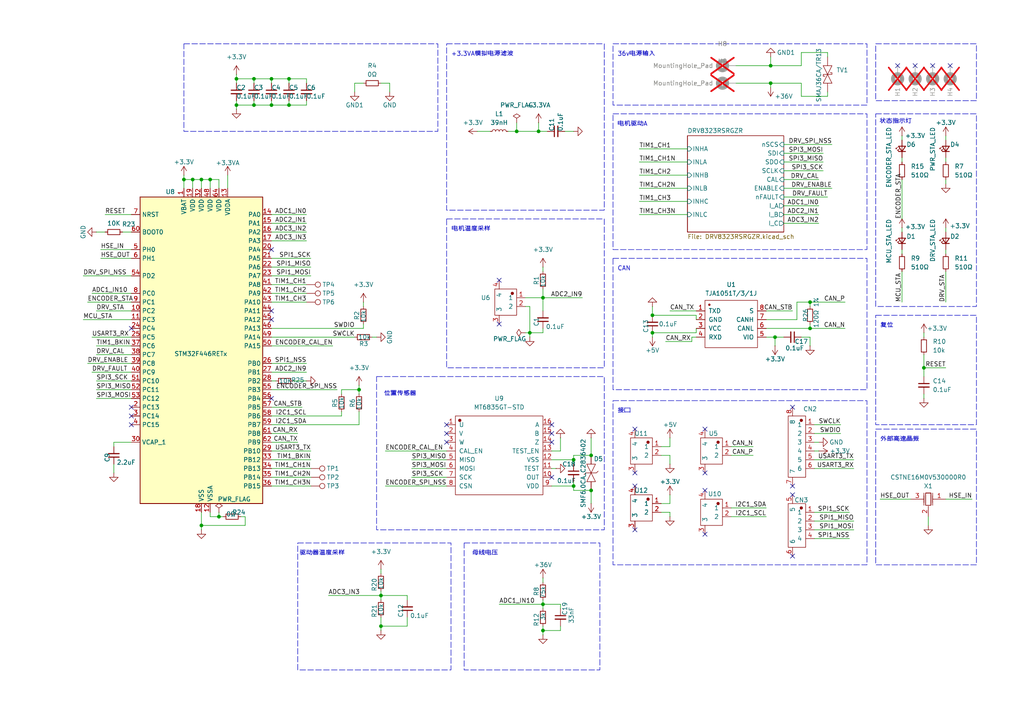
<source format=kicad_sch>
(kicad_sch (version 20250114) (generator "eeschema") (generator_version "9.0")
  (paper "A4")
  (title_block (title "CawDrive") (rev "V1.0.0") (company "GUAIK.ORG"))
  (rectangle (start 177.8 74.93) (end 251.46 113.03) (stroke (width 0) (type dash)))
  (rectangle (start 129.54 63.5) (end 175.26 106.68) (stroke (width 0) (type dash)))
  (rectangle (start 254 91.44) (end 283.21 123.19) (stroke (width 0) (type dash)))
  (rectangle (start 134.62 157.48) (end 173.99 194.31) (stroke (width 0) (type dash)))
  (rectangle (start 254 12.7) (end 283.21 29.21) (stroke (width 0) (type dash)))
  (rectangle (start 254 124.46) (end 283.21 163.83) (stroke (width 0) (type dash)))
  (rectangle (start 177.8 12.7) (end 251.46 30.48) (stroke (width 0) (type dash)))
  (rectangle (start 177.8 33.02) (end 251.46 72.39) (stroke (width 0) (type dash)))
  (rectangle (start 109.22 109.22) (end 175.26 153.67) (stroke (width 0) (type dash)))
  (rectangle (start 129.54 12.7) (end 175.26 60.96) (stroke (width 0) (type dash)))
  (rectangle (start 53.34 12.7) (end 127 38.1) (stroke (width 0) (type dash)))
  (rectangle (start 254 33.02) (end 283.21 88.9) (stroke (width 0) (type dash)))
  (rectangle (start 177.8 116.205) (end 251.46 163.83) (stroke (width 0) (type dash)))
  (rectangle (start 86.36 157.48) (end 130.81 194.31) (stroke (width 0) (type dash)))
  (text "母线电压" (at 140.716 160.528 0) (effects (font (size 1.27 1.27))))
  (text "电机温度采样" (at 136.652 66.548 0) (effects (font (size 1.27 1.27))))
  (text "驱动器温度采样" (at 93.472 160.528 0) (effects (font (size 1.27 1.27))))
  (text "接口" (at 179.07 120.015 0) (effects (font (size 1.27 1.27)) (justify left bottom)))
  (text "36v电源输入" (at 179.07 16.51 0) (effects (font (size 1.27 1.27)) (justify left bottom)))
  (text "CAN" (at 179.07 78.74 0) (effects (font (size 1.27 1.27)) (justify left bottom)))
  (text "+3.3VA模拟电源滤波" (at 130.81 16.51 0) (effects (font (size 1.27 1.27)) (justify left bottom)))
  (text "位置传感器" (at 116.078 114.3 0) (effects (font (size 1.27 1.27))))
  (text "电机驱动A" (at 179.07 36.83 0) (effects (font (size 1.27 1.27)) (justify left bottom)))
  (text "外部高速晶振" (at 255.27 128.27 0) (effects (font (size 1.27 1.27)) (justify left bottom)))
  (text "复位" (at 255.27 95.25 0) (effects (font (size 1.27 1.27)) (justify left bottom)))
  (text "状态指示灯" (at 255.016 36.068 0) (effects (font (size 1.27 1.27)) (justify left bottom)))
  (junction (at 157.48 175.26))
  (junction (at 267.97 106.68))
  (junction (at 234.95 87.63))
  (junction (at 166.37 140.97))
  (junction (at 68.58 22.86))
  (junction (at 153.67 96.52))
  (junction (at 171.45 142.24))
  (junction (at 157.48 182.88))
  (junction (at 171.45 132.08))
  (junction (at 156.21 38.1))
  (junction (at 55.88 52.07))
  (junction (at 110.49 172.72))
  (junction (at 189.23 91.44))
  (junction (at 110.49 181.61))
  (junction (at 63.5 149.86))
  (junction (at 73.66 30.48))
  (junction (at 166.37 133.35))
  (junction (at 78.74 30.48))
  (junction (at 223.52 24.13))
  (junction (at 53.34 52.07))
  (junction (at 73.66 22.86))
  (junction (at 58.42 152.4))
  (junction (at 149.86 38.1))
  (junction (at 83.82 30.48))
  (junction (at 189.23 96.52))
  (junction (at 104.14 113.03))
  (junction (at 234.95 95.25))
  (junction (at 68.58 30.48))
  (junction (at 58.42 52.07))
  (junction (at 60.96 52.07))
  (junction (at 78.74 22.86))
  (junction (at 157.48 86.36))
  (junction (at 83.82 22.86))
  (junction (at 224.79 97.79))
  (junction (at 223.52 19.05))
  (no_connect (at 144.78 81.28))
  (no_connect (at 260.35 19.05))
  (no_connect (at 160.02 128.27))
  (no_connect (at 270.51 19.05))
  (no_connect (at 160.02 138.43))
  (no_connect (at 204.47 124.46))
  (no_connect (at 129.54 128.27))
  (no_connect (at 204.47 137.16))
  (no_connect (at 78.74 92.71))
  (no_connect (at 160.02 125.73))
  (no_connect (at 229.87 161.29))
  (no_connect (at 160.02 123.19))
  (no_connect (at 78.74 115.57))
  (no_connect (at 144.78 93.98))
  (no_connect (at 229.87 143.51))
  (no_connect (at 184.15 140.97))
  (no_connect (at 78.74 90.17))
  (no_connect (at 229.87 140.97))
  (no_connect (at 204.47 142.24))
  (no_connect (at 229.87 118.11))
  (no_connect (at 129.54 123.19))
  (no_connect (at 129.54 125.73))
  (no_connect (at 38.1 118.11))
  (no_connect (at 265.43 19.05))
  (no_connect (at 38.1 120.65))
  (no_connect (at 204.47 154.94))
  (no_connect (at 38.1 95.25))
  (no_connect (at 184.15 124.46))
  (no_connect (at 38.1 123.19))
  (no_connect (at 275.59 19.05))
  (no_connect (at 78.74 72.39))
  (no_connect (at 184.15 137.16))
  (no_connect (at 184.15 153.67))
  (wire (pts (xy 88.9 29.21) (xy 88.9 30.48)))
  (wire (pts (xy 153.67 97.79) (xy 153.67 96.52)))
  (wire (pts (xy 78.74 22.86) (xy 78.74 24.13)))
  (wire (pts (xy 157.48 175.26) (xy 157.48 176.53)))
  (wire (pts (xy 232.41 27.94) (xy 240.03 27.94)))
  (wire (pts (xy 25.4 87.63) (xy 38.1 87.63)))
  (wire (pts (xy 86.36 128.27) (xy 78.74 128.27)))
  (wire (pts (xy 166.37 140.97) (xy 160.02 140.97)))
  (wire (pts (xy 118.11 179.07) (xy 118.11 181.61)))
  (wire (pts (xy 88.9 105.41) (xy 78.74 105.41)))
  (wire (pts (xy 90.17 140.97) (xy 78.74 140.97)))
  (wire (pts (xy 171.45 127) (xy 171.45 132.08)))
  (wire (pts (xy 171.45 146.05) (xy 171.45 142.24)))
  (wire (pts (xy 236.22 123.19) (xy 243.84 123.19)))
  (wire (pts (xy 274.32 66.04) (xy 274.32 67.31)))
  (wire (pts (xy 88.9 82.55) (xy 78.74 82.55)))
  (wire (pts (xy 231.14 87.63) (xy 231.14 92.71)))
  (wire (pts (xy 104.14 111.76) (xy 104.14 113.03)))
  (wire (pts (xy 30.48 67.31) (xy 27.94 67.31)))
  (wire (pts (xy 166.37 133.35) (xy 166.37 134.62)))
  (wire (pts (xy 227.33 44.45) (xy 238.76 44.45)))
  (wire (pts (xy 26.67 107.95) (xy 38.1 107.95)))
  (wire (pts (xy 261.62 39.37) (xy 261.62 40.64)))
  (wire (pts (xy 90.17 133.35) (xy 78.74 133.35)))
  (wire (pts (xy 212.09 132.08) (xy 218.44 132.08)))
  (wire (pts (xy 267.97 96.52) (xy 267.97 97.79)))
  (wire (pts (xy 60.96 148.59) (xy 60.96 149.86)))
  (wire (pts (xy 71.12 152.4) (xy 58.42 152.4)))
  (wire (pts (xy 162.56 130.81) (xy 160.02 130.81)))
  (wire (pts (xy 83.82 22.86) (xy 88.9 22.86)))
  (wire (pts (xy 104.14 119.38) (xy 104.14 123.19)))
  (wire (pts (xy 157.48 86.36) (xy 168.91 86.36)))
  (wire (pts (xy 66.04 50.8) (xy 66.04 54.61)))
  (wire (pts (xy 261.62 63.5) (xy 261.62 52.07)))
  (wire (pts (xy 261.62 45.72) (xy 261.62 46.99)))
  (wire (pts (xy 83.82 30.48) (xy 88.9 30.48)))
  (wire (pts (xy 26.67 97.79) (xy 38.1 97.79)))
  (wire (pts (xy 223.52 24.13) (xy 232.41 24.13)))
  (wire (pts (xy 71.12 149.86) (xy 69.85 149.86)))
  (wire (pts (xy 53.34 50.8) (xy 53.34 52.07)))
  (wire (pts (xy 102.87 24.13) (xy 105.41 24.13)))
  (wire (pts (xy 27.94 100.33) (xy 38.1 100.33)))
  (wire (pts (xy 274.32 72.39) (xy 274.32 73.66)))
  (wire (pts (xy 200.66 99.06) (xy 200.66 97.79)))
  (wire (pts (xy 231.14 92.71) (xy 222.25 92.71)))
  (wire (pts (xy 234.95 97.79) (xy 234.95 100.33)))
  (wire (pts (xy 185.42 43.18) (xy 199.39 43.18)))
  (wire (pts (xy 157.48 83.82) (xy 157.48 86.36)))
  (wire (pts (xy 113.03 24.13) (xy 113.03 26.67)))
  (wire (pts (xy 232.41 15.24) (xy 240.03 15.24)))
  (wire (pts (xy 73.66 22.86) (xy 73.66 24.13)))
  (wire (pts (xy 90.17 74.93) (xy 78.74 74.93)))
  (wire (pts (xy 58.42 52.07) (xy 60.96 52.07)))
  (wire (pts (xy 88.9 62.23) (xy 78.74 62.23)))
  (wire (pts (xy 247.65 135.89) (xy 236.22 135.89)))
  (wire (pts (xy 194.31 143.51) (xy 194.31 146.05)))
  (wire (pts (xy 157.48 173.99) (xy 157.48 175.26)))
  (wire (pts (xy 60.96 52.07) (xy 63.5 52.07)))
  (wire (pts (xy 102.87 24.13) (xy 102.87 26.67)))
  (wire (pts (xy 83.82 29.21) (xy 83.82 30.48)))
  (wire (pts (xy 58.42 52.07) (xy 58.42 54.61)))
  (wire (pts (xy 213.36 24.13) (xy 223.52 24.13)))
  (wire (pts (xy 234.95 87.63) (xy 245.11 87.63)))
  (wire (pts (xy 223.52 19.05) (xy 232.41 19.05)))
  (wire (pts (xy 73.66 22.86) (xy 78.74 22.86)))
  (wire (pts (xy 29.21 72.39) (xy 38.1 72.39)))
  (wire (pts (xy 119.38 135.89) (xy 129.54 135.89)))
  (wire (pts (xy 99.06 113.03) (xy 104.14 113.03)))
  (wire (pts (xy 88.9 107.95) (xy 78.74 107.95)))
  (wire (pts (xy 55.88 52.07) (xy 58.42 52.07)))
  (wire (pts (xy 87.63 118.11) (xy 78.74 118.11)))
  (wire (pts (xy 236.22 153.67) (xy 247.65 153.67)))
  (wire (pts (xy 274.32 106.68) (xy 267.97 106.68)))
  (wire (pts (xy 156.21 35.56) (xy 156.21 38.1)))
  (wire (pts (xy 68.58 22.86) (xy 73.66 22.86)))
  (wire (pts (xy 201.93 91.44) (xy 201.93 92.71)))
  (wire (pts (xy 166.37 139.7) (xy 166.37 140.97)))
  (wire (pts (xy 162.56 176.53) (xy 162.56 175.26)))
  (wire (pts (xy 110.49 24.13) (xy 113.03 24.13)))
  (wire (pts (xy 189.23 96.52) (xy 189.23 97.79)))
  (wire (pts (xy 78.74 123.19) (xy 104.14 123.19)))
  (wire (pts (xy 38.1 128.27) (xy 33.02 128.27)))
  (wire (pts (xy 118.11 172.72) (xy 118.11 173.99)))
  (wire (pts (xy 162.56 181.61) (xy 162.56 182.88)))
  (wire (pts (xy 149.86 38.1) (xy 156.21 38.1)))
  (wire (pts (xy 157.48 95.25) (xy 157.48 96.52)))
  (wire (pts (xy 68.58 21.59) (xy 68.58 22.86)))
  (wire (pts (xy 236.22 156.21) (xy 246.38 156.21)))
  (wire (pts (xy 240.03 15.24) (xy 240.03 16.51)))
  (wire (pts (xy 231.14 87.63) (xy 234.95 87.63)))
  (wire (pts (xy 157.48 181.61) (xy 157.48 182.88)))
  (wire (pts (xy 99.06 120.65) (xy 78.74 120.65)))
  (wire (pts (xy 60.96 149.86) (xy 63.5 149.86)))
  (wire (pts (xy 88.9 67.31) (xy 78.74 67.31)))
  (wire (pts (xy 191.77 148.59) (xy 194.31 148.59)))
  (wire (pts (xy 157.48 96.52) (xy 153.67 96.52)))
  (wire (pts (xy 162.56 182.88) (xy 157.48 182.88)))
  (wire (pts (xy 110.49 165.1) (xy 110.49 166.37)))
  (wire (pts (xy 274.32 39.37) (xy 274.32 40.64)))
  (wire (pts (xy 267.97 102.87) (xy 267.97 106.68)))
  (wire (pts (xy 163.83 38.1) (xy 166.37 38.1)))
  (wire (pts (xy 227.33 46.99) (xy 238.76 46.99)))
  (wire (pts (xy 78.74 22.86) (xy 83.82 22.86)))
  (wire (pts (xy 58.42 148.59) (xy 58.42 152.4)))
  (wire (pts (xy 160.02 135.89) (xy 161.29 135.89)))
  (wire (pts (xy 63.5 149.86) (xy 64.77 149.86)))
  (wire (pts (xy 229.87 90.17) (xy 222.25 90.17)))
  (wire (pts (xy 110.49 172.72) (xy 110.49 173.99)))
  (wire (pts (xy 234.95 95.25) (xy 245.11 95.25)))
  (wire (pts (xy 29.21 74.93) (xy 38.1 74.93)))
  (wire (pts (xy 25.4 105.41) (xy 38.1 105.41)))
  (wire (pts (xy 237.49 64.77) (xy 227.33 64.77)))
  (wire (pts (xy 171.45 132.08) (xy 166.37 132.08)))
  (wire (pts (xy 162.56 175.26) (xy 157.48 175.26)))
  (wire (pts (xy 110.49 171.45) (xy 110.49 172.72)))
  (wire (pts (xy 267.97 106.68) (xy 267.97 109.22)))
  (wire (pts (xy 33.02 134.62) (xy 33.02 137.16)))
  (wire (pts (xy 194.31 148.59) (xy 194.31 149.86)))
  (wire (pts (xy 236.22 151.13) (xy 247.65 151.13)))
  (wire (pts (xy 88.9 69.85) (xy 78.74 69.85)))
  (wire (pts (xy 149.86 35.56) (xy 149.86 38.1)))
  (wire (pts (xy 152.4 96.52) (xy 153.67 96.52)))
  (wire (pts (xy 224.79 97.79) (xy 227.33 97.79)))
  (wire (pts (xy 240.03 27.94) (xy 240.03 26.67)))
  (wire (pts (xy 234.95 87.63) (xy 234.95 88.9)))
  (wire (pts (xy 189.23 91.44) (xy 189.23 88.9)))
  (wire (pts (xy 78.74 110.49) (xy 80.01 110.49)))
  (wire (pts (xy 68.58 22.86) (xy 68.58 24.13)))
  (wire (pts (xy 35.56 67.31) (xy 38.1 67.31)))
  (wire (pts (xy 24.13 92.71) (xy 38.1 92.71)))
  (wire (pts (xy 185.42 54.61) (xy 199.39 54.61)))
  (wire (pts (xy 213.36 19.05) (xy 223.52 19.05)))
  (wire (pts (xy 227.33 62.23) (xy 237.49 62.23)))
  (wire (pts (xy 166.37 142.24) (xy 166.37 140.97)))
  (wire (pts (xy 60.96 52.07) (xy 60.96 54.61)))
  (wire (pts (xy 99.06 119.38) (xy 99.06 120.65)))
  (wire (pts (xy 85.09 110.49) (xy 88.9 110.49)))
  (wire (pts (xy 261.62 87.63) (xy 261.62 78.74)))
  (wire (pts (xy 201.93 96.52) (xy 189.23 96.52)))
  (wire (pts (xy 118.11 181.61) (xy 110.49 181.61)))
  (wire (pts (xy 237.49 130.81) (xy 236.22 130.81)))
  (wire (pts (xy 269.24 149.86) (xy 269.24 152.4)))
  (wire (pts (xy 224.79 97.79) (xy 224.79 100.33)))
  (wire (pts (xy 227.33 59.69) (xy 237.49 59.69)))
  (wire (pts (xy 227.33 49.53) (xy 238.76 49.53)))
  (wire (pts (xy 157.48 182.88) (xy 157.48 184.15)))
  (wire (pts (xy 138.43 38.1) (xy 142.24 38.1)))
  (wire (pts (xy 171.45 142.24) (xy 166.37 142.24)))
  (wire (pts (xy 222.25 97.79) (xy 224.79 97.79)))
  (wire (pts (xy 157.48 77.47) (xy 157.48 78.74)))
  (wire (pts (xy 193.04 99.06) (xy 200.66 99.06)))
  (wire (pts (xy 185.42 50.8) (xy 199.39 50.8)))
  (wire (pts (xy 194.31 132.08) (xy 194.31 134.62)))
  (wire (pts (xy 162.56 127) (xy 162.56 130.81)))
  (wire (pts (xy 153.67 88.9) (xy 153.67 96.52)))
  (wire (pts (xy 71.12 149.86) (xy 71.12 152.4)))
  (wire (pts (xy 194.31 129.54) (xy 191.77 129.54)))
  (wire (pts (xy 24.13 80.01) (xy 38.1 80.01)))
  (wire (pts (xy 27.94 90.17) (xy 38.1 90.17)))
  (wire (pts (xy 232.41 19.05) (xy 232.41 15.24)))
  (wire (pts (xy 212.09 149.86) (xy 222.25 149.86)))
  (wire (pts (xy 274.32 53.34) (xy 274.32 52.07)))
  (wire (pts (xy 99.06 113.03) (xy 99.06 114.3)))
  (wire (pts (xy 107.95 97.79) (xy 109.22 97.79)))
  (wire (pts (xy 166.37 132.08) (xy 166.37 133.35)))
  (wire (pts (xy 96.52 100.33) (xy 78.74 100.33)))
  (wire (pts (xy 194.31 90.17) (xy 201.93 90.17)))
  (wire (pts (xy 232.41 24.13) (xy 232.41 27.94)))
  (wire (pts (xy 111.76 130.81) (xy 129.54 130.81)))
  (wire (pts (xy 53.34 52.07) (xy 55.88 52.07)))
  (wire (pts (xy 191.77 132.08) (xy 194.31 132.08)))
  (wire (pts (xy 185.42 62.23) (xy 199.39 62.23)))
  (wire (pts (xy 185.42 58.42) (xy 199.39 58.42)))
  (wire (pts (xy 111.76 140.97) (xy 129.54 140.97)))
  (wire (pts (xy 227.33 52.07) (xy 237.49 52.07)))
  (wire (pts (xy 63.5 52.07) (xy 63.5 54.61)))
  (wire (pts (xy 63.5 148.59) (xy 63.5 149.86)))
  (wire (pts (xy 73.66 29.21) (xy 73.66 30.48)))
  (wire (pts (xy 27.94 110.49) (xy 38.1 110.49)))
  (wire (pts (xy 105.41 93.98) (xy 105.41 95.25)))
  (wire (pts (xy 157.48 167.64) (xy 157.48 168.91)))
  (wire (pts (xy 227.33 54.61) (xy 241.3 54.61)))
  (wire (pts (xy 236.22 148.59) (xy 246.38 148.59)))
  (wire (pts (xy 68.58 30.48) (xy 68.58 31.75)))
  (wire (pts (xy 68.58 30.48) (xy 73.66 30.48)))
  (wire (pts (xy 236.22 125.73) (xy 243.84 125.73)))
  (wire (pts (xy 261.62 72.39) (xy 261.62 73.66)))
  (wire (pts (xy 261.62 66.04) (xy 261.62 67.31)))
  (wire (pts (xy 90.17 138.43) (xy 78.74 138.43)))
  (wire (pts (xy 53.34 52.07) (xy 53.34 54.61)))
  (wire (pts (xy 267.97 114.3) (xy 267.97 115.57)))
  (wire (pts (xy 78.74 30.48) (xy 83.82 30.48)))
  (wire (pts (xy 274.32 87.63) (xy 274.32 78.74)))
  (wire (pts (xy 110.49 172.72) (xy 118.11 172.72)))
  (wire (pts (xy 152.4 88.9) (xy 153.67 88.9)))
  (wire (pts (xy 247.65 133.35) (xy 236.22 133.35)))
  (wire (pts (xy 156.21 38.1) (xy 158.75 38.1)))
  (wire (pts (xy 88.9 85.09) (xy 78.74 85.09)))
  (wire (pts (xy 26.67 85.09) (xy 38.1 85.09)))
  (wire (pts (xy 223.52 16.51) (xy 223.52 19.05)))
  (wire (pts (xy 90.17 80.01) (xy 78.74 80.01)))
  (wire (pts (xy 88.9 22.86) (xy 88.9 24.13)))
  (wire (pts (xy 33.02 128.27) (xy 33.02 129.54)))
  (wire (pts (xy 274.32 46.99) (xy 274.32 45.72)))
  (wire (pts (xy 110.49 179.07) (xy 110.49 181.61)))
  (wire (pts (xy 157.48 86.36) (xy 157.48 90.17)))
  (wire (pts (xy 102.87 97.79) (xy 78.74 97.79)))
  (wire (pts (xy 152.4 86.36) (xy 157.48 86.36)))
  (wire (pts (xy 223.52 24.13) (xy 223.52 25.4)))
  (wire (pts (xy 194.31 146.05) (xy 191.77 146.05)))
  (wire (pts (xy 144.78 175.26) (xy 157.48 175.26)))
  (wire (pts (xy 232.41 97.79) (xy 234.95 97.79)))
  (wire (pts (xy 200.66 97.79) (xy 201.93 97.79)))
  (wire (pts (xy 105.41 87.63) (xy 105.41 88.9)))
  (wire (pts (xy 110.49 182.88) (xy 110.49 181.61)))
  (wire (pts (xy 27.94 102.87) (xy 38.1 102.87)))
  (wire (pts (xy 97.79 113.03) (xy 78.74 113.03)))
  (wire (pts (xy 234.95 93.98) (xy 234.95 95.25)))
  (wire (pts (xy 78.74 29.21) (xy 78.74 30.48)))
  (wire (pts (xy 27.94 113.03) (xy 38.1 113.03)))
  (wire (pts (xy 212.09 147.32) (xy 222.25 147.32)))
  (wire (pts (xy 95.25 172.72) (xy 110.49 172.72)))
  (wire (pts (xy 58.42 152.4) (xy 58.42 153.67)))
  (wire (pts (xy 90.17 130.81) (xy 78.74 130.81)))
  (wire (pts (xy 90.17 77.47) (xy 78.74 77.47)))
  (wire (pts (xy 227.33 57.15) (xy 240.03 57.15)))
  (wire (pts (xy 160.02 133.35) (xy 166.37 133.35)))
  (wire (pts (xy 88.9 64.77) (xy 78.74 64.77)))
  (wire (pts (xy 185.42 46.99) (xy 199.39 46.99)))
  (wire (pts (xy 147.32 38.1) (xy 149.86 38.1)))
  (wire (pts (xy 194.31 127) (xy 194.31 129.54)))
  (wire (pts (xy 78.74 95.25) (xy 105.41 95.25)))
  (wire (pts (xy 86.36 125.73) (xy 78.74 125.73)))
  (wire (pts (xy 227.33 41.91) (xy 241.3 41.91)))
  (wire (pts (xy 73.66 30.48) (xy 78.74 30.48)))
  (wire (pts (xy 119.38 133.35) (xy 129.54 133.35)))
  (wire (pts (xy 68.58 29.21) (xy 68.58 30.48)))
  (wire (pts (xy 27.94 115.57) (xy 38.1 115.57)))
  (wire (pts (xy 236.22 128.27) (xy 237.49 128.27)))
  (wire (pts (xy 83.82 22.86) (xy 83.82 24.13)))
  (wire (pts (xy 201.93 91.44) (xy 189.23 91.44)))
  (wire (pts (xy 222.25 95.25) (xy 234.95 95.25)))
  (wire (pts (xy 55.88 52.07) (xy 55.88 54.61)))
  (wire (pts (xy 255.27 144.78) (xy 264.16 144.78)))
  (wire (pts (xy 104.14 113.03) (xy 104.14 114.3)))
  (wire (pts (xy 274.32 144.78) (xy 281.94 144.78)))
  (wire (pts (xy 30.48 62.23) (xy 38.1 62.23)))
  (wire (pts (xy 88.9 87.63) (xy 78.74 87.63)))
  (wire (pts (xy 119.38 138.43) (xy 129.54 138.43)))
  (wire (pts (xy 90.17 135.89) (xy 78.74 135.89)))
  (wire (pts (xy 201.93 96.52) (xy 201.93 95.25)))
  (wire (pts (xy 212.09 129.54) (xy 218.44 129.54)))
  (label "ADC1_IN0" (at 88.9 62.23 180))
  (label "TIM1_CH2N" (at 90.17 138.43 180))
  (label "SPI1_MISO" (at 90.17 77.47 180))
  (label "RESET" (at 30.48 62.23 0))
  (label "ADC1_IN0" (at 237.49 59.69 180))
  (label "SWCLK" (at 102.87 97.79 180))
  (label "SPI3_MISO" (at 238.76 46.99 180))
  (label "TIM1_CH1N" (at 185.42 46.99 0))
  (label "DRV_FAULT" (at 26.67 107.95 0))
  (label "I2C1_SDA" (at 88.9 123.19 180))
  (label "ADC2_IN9" (at 88.9 107.95 180))
  (label "ENCODER_CAL_EN" (at 111.76 130.81 0))
  (label "TIM1_CH2" (at 185.42 50.8 0))
  (label "TIM1_BKIN" (at 90.17 133.35 180))
  (label "HSE_IN" (at 281.94 144.78 180))
  (label "I2C1_SDA" (at 222.25 147.32 180))
  (label "ADC3_IN3" (at 88.9 69.85 180))
  (label "I2C1_SCL" (at 88.9 120.65 180))
  (label "CAN_P" (at 245.11 87.63 180))
  (label "SPI3_MOSI" (at 238.76 44.45 180))
  (label "ENCODER_SPI_NSS" (at 111.76 140.97 0))
  (label "TIM1_CH2N" (at 185.42 54.61 0))
  (label "DRV_ENABLE" (at 241.3 54.61 180))
  (label "SPI3_MOSI" (at 119.38 135.89 0))
  (label "SPI3_SCK" (at 119.38 138.43 0))
  (label "SPI1_SCK" (at 90.17 74.93 180))
  (label "USART3_RX" (at 26.67 97.79 0))
  (label "HSE_OUT" (at 255.27 144.78 0))
  (label "TIM1_CH3N" (at 90.17 140.97 180))
  (label "DRV_CAL" (at 237.49 52.07 180))
  (label "CAN_TX" (at 194.31 90.17 0))
  (label "DRV_SPI_NSS" (at 24.13 80.01 0))
  (label "RESET" (at 274.32 106.68 180))
  (label "USART3_TX" (at 247.65 133.35 180))
  (label "ADC3_IN2" (at 88.9 67.31 180))
  (label "SPI1_MOSI" (at 247.65 153.67 180))
  (label "TIM1_CH3N" (at 185.42 62.23 0))
  (label "CAN_P" (at 218.44 132.08 180))
  (label "MCU_STA" (at 261.62 87.63 90))
  (label "SWDIO" (at 243.84 125.73 180))
  (label "ADC2_IN9" (at 168.91 86.36 180))
  (label "DRV_SPI_NSS" (at 241.3 41.91 180))
  (label "TIM1_CH1N" (at 90.17 135.89 180))
  (label "CAN_STB" (at 229.87 90.17 180))
  (label "ADC1_IN10" (at 144.78 175.26 0))
  (label "SPI3_SCK" (at 238.76 49.53 180))
  (label "DRV_STA" (at 27.94 90.17 0))
  (label "SPI3_MOSI" (at 27.94 115.57 0))
  (label "CAN_N" (at 218.44 129.54 180))
  (label "ADC2_IN1" (at 237.49 62.23 180))
  (label "ADC3_IN2" (at 237.49 64.77 180))
  (label "ENCODER_SPI_NSS" (at 97.79 113.03 180))
  (label "CAN_RX" (at 86.36 125.73 180))
  (label "SWDIO" (at 102.87 95.25 180))
  (label "USART3_RX" (at 247.65 135.89 180))
  (label "HSE_OUT" (at 29.21 74.93 0))
  (label "SPI1_NSS" (at 246.38 156.21 180))
  (label "ENCODER_STA" (at 261.62 63.5 90))
  (label "SPI3_MISO" (at 119.38 133.35 0))
  (label "ADC2_IN1" (at 88.9 64.77 180))
  (label "DRV_FAULT" (at 240.03 57.15 180))
  (label "DRV_STA" (at 274.32 87.63 90))
  (label "TIM1_BKIN" (at 27.94 100.33 0))
  (label "ADC1_IN10" (at 26.67 85.09 0))
  (label "CAN_N" (at 245.11 95.25 180))
  (label "TIM1_CH3" (at 185.42 58.42 0))
  (label "SPI1_SCK" (at 246.38 148.59 180))
  (label "SPI1_MOSI" (at 90.17 80.01 180))
  (label "HSE_IN" (at 29.21 72.39 0))
  (label "CAN_RX" (at 193.04 99.06 0))
  (label "CAN_STB" (at 87.63 118.11 180))
  (label "SPI3_MISO" (at 27.94 113.03 0))
  (label "ENCODER_CAL_EN" (at 96.52 100.33 180))
  (label "TIM1_CH1" (at 88.9 82.55 180))
  (label "USART3_TX" (at 90.17 130.81 180))
  (label "MCU_STA" (at 24.13 92.71 0))
  (label "DRV_ENABLE" (at 25.4 105.41 0))
  (label "TIM1_CH2" (at 88.9 85.09 180))
  (label "ADC3_IN3" (at 95.25 172.72 0))
  (label "TIM1_CH1" (at 185.42 43.18 0))
  (label "SPI1_MISO" (at 247.65 151.13 180))
  (label "DRV_CAL" (at 27.94 102.87 0))
  (label "SWCLK" (at 243.84 123.19 180))
  (label "SPI1_NSS" (at 88.9 105.41 180))
  (label "SPI3_SCK" (at 27.94 110.49 0))
  (label "TIM1_CH3" (at 88.9 87.63 180))
  (label "CAN_TX" (at 86.36 128.27 180))
  (label "ENCODER_STA" (at 25.4 87.63 0))
  (label "I2C1_SCL" (at 222.25 149.86 180))
  (symbol (lib_id "power:+3.3V") (at 105.41 87.63 0) (unit 1)
    (property "Reference" "#PWR06" (effects (hide yes)))
    (property "Value" "+3.3V" (at 105.41 82.55 0))
    (property "Description" "Power symbol creates a global label with name \"+3.3V\"" (effects (hide yes)))
  )
  (symbol (lib_id "power:GND") (at 171.45 127 180) (unit 1)
    (property "Reference" "#PWR073" (effects (hide yes)))
    (property "Value" "GND" (effects (hide yes)))
    (property "Description" "Power symbol creates a global label with name \"GND\" , ground" (effects (hide yes)))
  )
  (symbol (lib_id "Device:LED_Small") (at 274.32 43.18 90) (unit 1)
    (property "Reference" "D4" (at 275.59 41.91 90) (effects (justify right)))
    (property "Value" "PWR_STA_LED" (at 270.51 36.83 0) (effects (justify right)))
    (property "Footprint" "LED_SMD:LED_0402_1005Metric_Pad0.77x0.64mm_HandSolder" (effects (hide yes)))
    (property "Description" "Light emitting diode, small symbol" (effects (hide yes)))
    (property "Sim.Pin" "1=K 2=A" (effects (hide yes)))
  )
  (symbol (lib_id "power:PWR_FLAG") (at 152.4 96.52 90) (unit 1)
    (property "Reference" "#FLG08" (effects (hide yes)))
    (property "Value" "PWR_FLAG" (at 147.828 98.298 90))
    (property "Description" "Special symbol for telling ERC where power comes from" (effects (hide yes)))
  )
  (symbol (lib_id "power:+3.3V") (at 267.97 96.52 0) (unit 1)
    (property "Reference" "#PWR032" (effects (hide yes)))
    (property "Value" "+3.3V" (at 271.78 95.25 0))
    (property "Description" "Power symbol creates a global label with name \"+3.3V\"" (effects (hide yes)))
  )
  (symbol (lib_id "power:GND") (at 166.37 38.1 90) (unit 1)
    (property "Reference" "#PWR012" (effects (hide yes)))
    (property "Value" "GND" (effects (hide yes)))
    (property "Description" "Power symbol creates a global label with name \"GND\" , ground" (effects (hide yes)))
  )
  (symbol (lib_id "power:+3.3V") (at 104.14 111.76 0) (unit 1)
    (property "Reference" "#PWR013" (effects (hide yes)))
    (property "Value" "+3.3V" (at 104.14 106.68 0))
    (property "Description" "Power symbol creates a global label with name \"+3.3V\"" (effects (hide yes)))
  )
  (symbol (lib_id "Device:LED_Small") (at 261.62 43.18 90) (unit 1)
    (property "Reference" "D6" (at 262.89 41.91 90) (effects (justify right)))
    (property "Value" "ENCODER_STA_LED" (at 257.81 36.83 0) (effects (justify right)))
    (property "Footprint" "LED_SMD:LED_0402_1005Metric_Pad0.77x0.64mm_HandSolder" (effects (hide yes)))
    (property "Description" "Light emitting diode, small symbol" (effects (hide yes)))
    (property "Sim.Pin" "1=K 2=A" (effects (hide yes)))
  )
  (symbol (lib_id "power:+5V") (at 189.23 97.79 180) (unit 1)
    (property "Reference" "#PWR076" (effects (hide yes)))
    (property "Value" "+5V" (at 189.23 101.6 0))
    (property "Description" "Power symbol creates a global label with name \"+5V\"" (effects (hide yes)))
  )
  (symbol (lib_id "Device:C_Small") (at 118.11 176.53 180) (unit 1)
    (property "Reference" "C12" (at 116.205 177.165 90))
    (property "Value" "0.1uF" (at 121.666 178.562 0))
    (property "Footprint" "Capacitor_SMD:C_0402_1005Metric_Pad0.74x0.62mm_HandSolder" (effects (hide yes)))
    (property "Description" "Unpolarized capacitor, small symbol" (effects (hide yes)))
  )
  (symbol (lib_id "Device:R_Small") (at 99.06 116.84 180) (unit 1)
    (property "Reference" "R5" (at 97.155 115.57 90) (effects (justify left)))
    (property "Value" "10k" (at 99.06 115.062 90) (effects (justify left)))
    (property "Footprint" "Resistor_SMD:R_0402_1005Metric_Pad0.72x0.64mm_HandSolder" (effects (hide yes)))
    (property "Description" "Resistor, small symbol" (effects (hide yes)))
  )
  (symbol (lib_id "power:+3.3V") (at 68.58 21.59 0) (unit 1)
    (property "Reference" "#PWR04" (effects (hide yes)))
    (property "Value" "+3.3V" (at 68.58 16.51 0))
    (property "Description" "Power symbol creates a global label with name \"+3.3V\"" (effects (hide yes)))
  )
  (symbol (lib_id "Rick_Connector:WAFER-SH1.0-2PWB") (at 208.28 148.59 0) (mirror y) (unit 1)
    (property "Reference" "U10" (at 209.296 143.256 0) (effects (justify left)))
    (property "Value" "WAFER-SH1.0-2PWB" (effects (hide yes)))
    (property "Footprint" "Rick_Connector:CONN-SMD_2P-P1.00_XUNPU_WAFER-SH1.0-2PWB" (effects (hide yes)))
    (property "SuppliersPartNumber" "C3029341" (effects (hide yes)))
    (property "uuid" "std:b25617d4d4944bb5a333c9a533c58e4a" (effects (hide yes)))
  )
  (symbol (lib_id "Device:R_Small") (at 107.95 24.13 90) (unit 1)
    (property "Reference" "R4" (at 107.95 19.05 90))
    (property "Value" "0Ω" (at 107.95 21.59 90))
    (property "Footprint" "Resistor_SMD:R_0402_1005Metric_Pad0.72x0.64mm_HandSolder" (effects (hide yes)))
    (property "Description" "Resistor, small symbol" (effects (hide yes)))
  )
  (symbol (lib_id "Device:C_Small") (at 78.74 26.67 0) (unit 1)
    (property "Reference" "C4" (at 78.74 25.4 0) (effects (justify left)))
    (property "Value" "0.1uF" (at 78.74 27.94 0) (effects (justify left)))
    (property "Footprint" "Capacitor_SMD:C_0402_1005Metric_Pad0.74x0.62mm_HandSolder" (effects (hide yes)))
    (property "Description" "Unpolarized capacitor, small symbol" (effects (hide yes)))
  )
  (symbol (lib_id "Device:R_Small") (at 157.48 81.28 180) (unit 1)
    (property "Reference" "R1" (at 155.575 80.01 90) (effects (justify left)))
    (property "Value" "10k" (at 157.48 79.756 90) (effects (justify left)))
    (property "Footprint" "Resistor_SMD:R_0402_1005Metric_Pad0.72x0.64mm_HandSolder" (effects (hide yes)))
    (property "Description" "Resistor, small symbol" (effects (hide yes)))
  )
  (symbol (lib_id "Mechanical:MountingHole_Pad") (at 210.82 19.05 90) (unit 1) (dnp yes)
    (property "Reference" "H8" (at 209.55 12.7 90))
    (property "Value" "MountingHole_Pad" (at 198.12 19.05 90))
    (property "Footprint" "CawDrive_Connector:POWER_PAD" (effects (hide yes)))
    (property "Description" "Mounting Hole with connection" (effects (hide yes)))
  )
  (symbol (lib_id "power:PWR_FLAG") (at 63.5 148.59 0) (unit 1)
    (property "Reference" "#FLG07" (effects (hide yes)))
    (property "Value" "PWR_FLAG" (at 67.945 144.78 0))
    (property "Description" "Special symbol for telling ERC where power comes from" (effects (hide yes)))
  )
  (symbol (lib_id "Connector:TestPoint") (at 88.9 82.55 270) (unit 1)
    (property "Reference" "TP4" (at 93.472 82.55 90) (effects (justify left)))
    (property "Value" "TestPoint" (effects (hide yes)))
    (property "Footprint" "TestPoint:TestPoint_Pad_D1.0mm" (effects (hide yes)))
    (property "Description" "test point" (effects (hide yes)))
  )
  (symbol (lib_id "power:+3.3VA") (at 156.21 35.56 0) (unit 1)
    (property "Reference" "#PWR015" (effects (hide yes)))
    (property "Value" "+3.3VA" (at 156.21 30.48 0))
    (property "Description" "Power symbol creates a global label with name \"+3.3VA\"" (effects (hide yes)))
  )
  (symbol (lib_id "Device:R_Small") (at 104.14 116.84 180) (unit 1)
    (property "Reference" "R6" (at 102.235 115.57 90) (effects (justify left)))
    (property "Value" "10k" (at 104.14 115.316 90) (effects (justify left)))
    (property "Footprint" "Resistor_SMD:R_0402_1005Metric_Pad0.72x0.64mm_HandSolder" (effects (hide yes)))
    (property "Description" "Resistor, small symbol" (effects (hide yes)))
  )
  (symbol (lib_id "Device:R_Small") (at 110.49 168.91 180) (unit 1)
    (property "Reference" "R20" (at 108.585 167.64 90) (effects (justify left)))
    (property "Value" "10k" (at 110.49 167.386 90) (effects (justify left)))
    (property "Footprint" "Resistor_SMD:R_0402_1005Metric_Pad0.72x0.64mm_HandSolder" (effects (hide yes)))
    (property "Description" "Resistor, small symbol" (effects (hide yes)))
  )
  (symbol (lib_id "power:GND") (at 274.32 53.34 0) (unit 1)
    (property "Reference" "#PWR044" (effects (hide yes)))
    (property "Value" "GND" (effects (hide yes)))
    (property "Description" "Power symbol creates a global label with name \"GND\" , ground" (effects (hide yes)))
  )
  (symbol (lib_id "power:GND") (at 58.42 153.67 0) (unit 1)
    (property "Reference" "#PWR070" (effects (hide yes)))
    (property "Value" "GND" (effects (hide yes)))
    (property "Description" "Power symbol creates a global label with name \"GND\" , ground" (effects (hide yes)))
  )
  (symbol (lib_id "power:GND1") (at 223.52 16.51 180) (unit 1)
    (property "Reference" "#PWR024" (effects (hide yes)))
    (property "Value" "GND1" (at 227.965 15.24 0))
    (property "Description" "Power symbol creates a global label with name \"GND1\" , ground" (effects (hide yes)))
  )
  (symbol (lib_id "Device:C_Small") (at 33.02 132.08 180) (unit 1)
    (property "Reference" "C9" (at 31.115 132.715 90))
    (property "Value" "2.2uF" (at 36.576 134.112 0))
    (property "Footprint" "Capacitor_SMD:C_0402_1005Metric_Pad0.74x0.62mm_HandSolder" (effects (hide yes)))
    (property "Description" "Unpolarized capacitor, small symbol" (effects (hide yes)))
  )
  (symbol (lib_id "Rick_Diode:SMAJ36CA/TR13") (at 240.03 21.59 90) (unit 1)
    (property "Reference" "TV1" (at 242.57 20.32 90) (effects (justify right)))
    (property "Value" "SMAJ36CA/TR13" (at 237.49 13.97 0) (effects (justify right)))
    (property "Footprint" "Rick_Diode:SMAJ36CA_TR13_SMA(DO-214AC)" (effects (hide yes)))
    (property "Datasheet" "https://atta.szlcsc.com/upload/public/pdf/source/20161114/1479092096898.pdf" (effects (hide yes)))
    (property "SuppliersPartNumber" "C87270" (effects (hide yes)))
    (property "uuid" "pro:04d0c48fad79448b93227f7fe67c94ea" (effects (hide yes)))
    (property "Manufacturer" "Brightking" (effects (hide yes)))
    (property "Manufacturer Product Number" "SMAJ36CA/TR13" (effects (hide yes)))
    (property "JLC Part Number" "C87270" (effects (hide yes)))
    (property "JLC URL" "https://item.szlcsc.com/88448.html" (effects (hide yes)))
  )
  (symbol (lib_id "power:+3.3V") (at 194.31 143.51 0) (unit 1)
    (property "Reference" "#PWR082" (effects (hide yes)))
    (property "Value" "+3.3V" (at 194.31 139.7 0))
    (property "Description" "Power symbol creates a global label with name \"+3.3V\"" (effects (hide yes)))
  )
  (symbol (lib_id "Rick_Connector:WAFER-SH1.0-2PWB") (at 187.96 130.81 0) (mirror y) (unit 1)
    (property "Reference" "U11" (at 187.96 125.73 0) (effects (justify left)))
    (property "Value" "WAFER-SH1.0-2PWB" (effects (hide yes)))
    (property "Footprint" "Rick_Connector:CONN-SMD_2P-P1.00_XUNPU_WAFER-SH1.0-2PWB" (effects (hide yes)))
    (property "SuppliersPartNumber" "C3029341" (effects (hide yes)))
    (property "uuid" "std:b25617d4d4944bb5a333c9a533c58e4a" (effects (hide yes)))
  )
  (symbol (lib_id "Device:C_Small") (at 83.82 26.67 0) (unit 1)
    (property "Reference" "C5" (at 83.82 25.4 0) (effects (justify left)))
    (property "Value" "0.1uF" (at 83.82 27.94 0) (effects (justify left)))
    (property "Footprint" "Capacitor_SMD:C_0402_1005Metric_Pad0.74x0.62mm_HandSolder" (effects (hide yes)))
    (property "Description" "Unpolarized capacitor, small symbol" (effects (hide yes)))
  )
  (symbol (lib_id "power:GND") (at 157.48 184.15 0) (unit 1)
    (property "Reference" "#PWR085" (effects (hide yes)))
    (property "Value" "GND" (effects (hide yes)))
    (property "Description" "Power symbol creates a global label with name \"GND\" , ground" (effects (hide yes)))
  )
  (symbol (lib_id "power:+3.3VA") (at 66.04 50.8 0) (unit 1)
    (property "Reference" "#PWR069" (effects (hide yes)))
    (property "Value" "+3.3VA" (at 66.04 47.244 0))
    (property "Description" "Power symbol creates a global label with name \"+3.3VA\"" (effects (hide yes)))
  )
  (symbol (lib_id "Device:R_Small") (at 67.31 149.86 90) (unit 1)
    (property "Reference" "R24" (at 71.247 148.59 90) (effects (justify left)))
    (property "Value" "0Ω" (at 68.453 149.098 90) (effects (justify left)))
    (property "Footprint" "Resistor_SMD:R_0402_1005Metric_Pad0.72x0.64mm_HandSolder" (effects (hide yes)))
    (property "Description" "Resistor, small symbol" (effects (hide yes)))
  )
  (symbol (lib_id "Device:C_Small") (at 166.37 137.16 0) (unit 1)
    (property "Reference" "C18" (at 163.068 134.62 0) (effects (justify left)))
    (property "Value" "0.1uF" (at 161.544 139.446 0) (effects (justify left)))
    (property "Footprint" "Capacitor_SMD:C_0402_1005Metric_Pad0.74x0.62mm_HandSolder" (effects (hide yes)))
    (property "Description" "Unpolarized capacitor, small symbol" (effects (hide yes)))
  )
  (symbol (lib_id "Device:C_Small") (at 267.97 111.76 0) (unit 1)
    (property "Reference" "C14" (at 270.51 110.4963 0) (effects (justify left)))
    (property "Value" "0.1uF" (at 270.51 113.0363 0) (effects (justify left)))
    (property "Footprint" "Capacitor_SMD:C_0402_1005Metric_Pad0.74x0.62mm_HandSolder" (effects (hide yes)))
    (property "Description" "Unpolarized capacitor, small symbol" (effects (hide yes)))
  )
  (symbol (lib_id "power:+3.3V") (at 171.45 146.05 180) (unit 1)
    (property "Reference" "#PWR074" (effects (hide yes)))
    (property "Value" "+3.3V" (at 171.45 149.86 0))
    (property "Description" "Power symbol creates a global label with name \"+3.3V\"" (effects (hide yes)))
  )
  (symbol (lib_id "Device:R_Small") (at 274.32 76.2 0) (unit 1)
    (property "Reference" "R11" (at 276.86 74.9299 0) (effects (justify left)))
    (property "Value" "510Ω" (at 276.86 77.4699 0) (effects (justify left)))
    (property "Footprint" "Resistor_SMD:R_0402_1005Metric_Pad0.72x0.64mm_HandSolder" (effects (hide yes)))
    (property "Description" "Resistor, small symbol" (effects (hide yes)))
  )
  (symbol (lib_id "power:GND1") (at 102.87 26.67 0) (unit 1)
    (property "Reference" "#PWR08" (effects (hide yes)))
    (property "Value" "GND1" (at 102.87 30.48 0))
    (property "Description" "Power symbol creates a global label with name \"GND1\" , ground" (effects (hide yes)))
  )
  (symbol (lib_id "power:+3.3V") (at 274.32 39.37 0) (unit 1)
    (property "Reference" "#PWR035" (effects (hide yes)))
    (property "Value" "+3.3V" (at 274.32 35.56 0))
    (property "Description" "Power symbol creates a global label with name \"+3.3V\"" (effects (hide yes)))
  )
  (symbol (lib_id "power:+3.3V") (at 138.43 38.1 90) (unit 1)
    (property "Reference" "#PWR011" (effects (hide yes)))
    (property "Value" "+3.3V" (at 137.16 35.56 90))
    (property "Description" "Power symbol creates a global label with name \"+3.3V\"" (effects (hide yes)))
  )
  (symbol (lib_id "Connector:TestPoint") (at 90.17 138.43 270) (unit 1)
    (property "Reference" "TP2" (at 94.742 138.43 90) (effects (justify left)))
    (property "Value" "TestPoint" (effects (hide yes)))
    (property "Footprint" "TestPoint:TestPoint_Pad_D1.0mm" (effects (hide yes)))
    (property "Description" "test point" (effects (hide yes)))
  )
  (symbol (lib_id "MCU_ST_STM32F4:STM32F446RETx") (at 58.42 102.87 0) (unit 1)
    (property "Reference" "U8" (at 48.006 55.626 0) (effects (justify left)))
    (property "Value" "STM32F446RETx" (at 50.546 102.616 0) (effects (justify left)))
    (property "Footprint" "Package_QFP:LQFP-64_10x10mm_P0.5mm" (effects (hide yes)))
    (property "Datasheet" "https://www.st.com/resource/en/datasheet/stm32f446re.pdf" (effects (hide yes)))
    (property "Description" "STMicroelectronics Arm Cortex-M4 MCU, 512KB flash, 128KB RAM, 180 MHz, 1.8-3.6V, 50 GPIO, LQFP64" (effects (hide yes)))
  )
  (symbol (lib_id "Device:R_Small") (at 105.41 91.44 180) (unit 1)
    (property "Reference" "R2" (at 103.505 90.17 90) (effects (justify left)))
    (property "Value" "10k" (at 105.41 89.916 90) (effects (justify left)))
    (property "Footprint" "Resistor_SMD:R_0402_1005Metric_Pad0.72x0.64mm_HandSolder" (effects (hide yes)))
    (property "Description" "Resistor, small symbol" (effects (hide yes)))
  )
  (symbol (lib_id "power:+5V") (at 194.31 127 0) (unit 1)
    (property "Reference" "#PWR080" (effects (hide yes)))
    (property "Value" "+5V" (at 194.31 123.19 0))
    (property "Description" "Power symbol creates a global label with name \"+5V\"" (effects (hide yes)))
  )
  (symbol (lib_id "Rick_Connector:WAFER-SH1.0-6PWB") (at 231.14 129.54 0) (mirror y) (unit 1)
    (property "Reference" "CN2" (at 236.982 118.618 0) (effects (justify left)))
    (property "Value" "WAFER-SH1.0-6PWB" (effects (hide yes)))
    (property "Footprint" "Rick_Connector:CONN-SMD_6P-P1.00_XUNPU_WAFER-SH1.0-6PWB" (effects (hide yes)))
    (property "SuppliersPartNumber" "C3029345" (effects (hide yes)))
    (property "uuid" "std:f32f5274372e4d209515ea792a9b5735" (effects (hide yes)))
  )
  (symbol (lib_id "Device:R_Small") (at 274.32 49.53 0) (unit 1)
    (property "Reference" "R7" (at 276.86 48.2599 0) (effects (justify left)))
    (property "Value" "510Ω" (at 276.86 50.7999 0) (effects (justify left)))
    (property "Footprint" "Resistor_SMD:R_0402_1005Metric_Pad0.72x0.64mm_HandSolder" (effects (hide yes)))
    (property "Description" "Resistor, small symbol" (effects (hide yes)))
  )
  (symbol (lib_id "Rick_Connector:WAFER-SH1.0-4PWB") (at 232.41 152.4 0) (mirror y) (unit 1)
    (property "Reference" "CN3" (at 234.442 145.034 0) (effects (justify left)))
    (property "Value" "WAFER-SH1.0-4PWB" (effects (hide yes)))
    (property "Footprint" "Rick_Connector:CONN-SMD_4P-P1.00_WAFER-SH1.0-4PWB" (effects (hide yes)))
    (property "SuppliersPartNumber" "C3029343" (effects (hide yes)))
    (property "uuid" "std:3aeef2007f6340e5aa158e9b3ba53384" (effects (hide yes)))
  )
  (symbol (lib_id "Device:C_Small") (at 229.87 97.79 270) (unit 1)
    (property "Reference" "C17" (at 232.41 99.06 90))
    (property "Value" "0.1uF" (at 230.505 100.965 90))
    (property "Footprint" "Capacitor_SMD:C_0402_1005Metric_Pad0.74x0.62mm_HandSolder" (effects (hide yes)))
    (property "Description" "Unpolarized capacitor, small symbol" (effects (hide yes)))
  )
  (symbol (lib_id "Device:C_Small") (at 161.29 38.1 90) (unit 1)
    (property "Reference" "C11" (at 160.02 38.1 0) (effects (justify left)))
    (property "Value" "0.1uF" (at 162.56 38.1 0) (effects (justify left)))
    (property "Footprint" "Capacitor_SMD:C_0402_1005Metric_Pad0.74x0.62mm_HandSolder" (effects (hide yes)))
    (property "Description" "Unpolarized capacitor, small symbol" (effects (hide yes)))
  )
  (symbol (lib_id "Device:LED_Small") (at 274.32 69.85 90) (unit 1)
    (property "Reference" "D2" (at 275.59 68.58 90) (effects (justify right)))
    (property "Value" "DRV_STA_LED" (at 270.51 63.5 0) (effects (justify right)))
    (property "Footprint" "LED_SMD:LED_0402_1005Metric_Pad0.77x0.64mm_HandSolder" (effects (hide yes)))
    (property "Description" "Light emitting diode, small symbol" (effects (hide yes)))
    (property "Sim.Pin" "1=K 2=A" (effects (hide yes)))
  )
  (symbol (lib_id "Mechanical:MountingHole_Pad") (at 265.43 21.59 180) (unit 1) (dnp yes)
    (property "Reference" "H2" (at 265.43 26.67 90))
    (property "Value" "MountingHole_Pad" (effects (hide yes)))
    (property "Footprint" "MountingHole:MountingHole_2.5mm_Pad_Via" (effects (hide yes)))
    (property "Description" "Mounting Hole with connection" (effects (hide yes)))
  )
  (symbol (lib_id "power:+3.3V") (at 110.49 165.1 0) (unit 1)
    (property "Reference" "#PWR017" (effects (hide yes)))
    (property "Value" "+3.3V" (at 110.49 160.02 0))
    (property "Description" "Power symbol creates a global label with name \"+3.3V\"" (effects (hide yes)))
  )
  (symbol (lib_id "Device:C_Small") (at 157.48 92.71 180) (unit 1)
    (property "Reference" "C1" (at 155.575 93.345 90))
    (property "Value" "0.1uF" (at 161.036 94.742 0))
    (property "Footprint" "Capacitor_SMD:C_0402_1005Metric_Pad0.74x0.62mm_HandSolder" (effects (hide yes)))
    (property "Description" "Unpolarized capacitor, small symbol" (effects (hide yes)))
  )
  (symbol (lib_id "Device:R_Small") (at 157.48 171.45 180) (unit 1)
    (property "Reference" "R8" (at 155.575 170.18 90) (effects (justify left)))
    (property "Value" "75k" (at 157.48 169.926 90) (effects (justify left)))
    (property "Footprint" "Resistor_SMD:R_0402_1005Metric_Pad0.72x0.64mm_HandSolder" (effects (hide yes)))
    (property "Description" "Resistor, small symbol" (effects (hide yes)))
  )
  (symbol (lib_id "power:GND") (at 194.31 149.86 0) (unit 1)
    (property "Reference" "#PWR083" (effects (hide yes)))
    (property "Value" "GND" (effects (hide yes)))
    (property "Description" "Power symbol creates a global label with name \"GND\" , ground" (effects (hide yes)))
  )
  (symbol (lib_id "Device:L_Small") (at 144.78 38.1 90) (unit 1)
    (property "Reference" "L1" (at 144.78 33.02 90))
    (property "Value" "39nH" (at 144.78 35.56 90))
    (property "Footprint" "Inductor_SMD:L_0402_1005Metric_Pad0.77x0.64mm_HandSolder" (effects (hide yes)))
    (property "Description" "Inductor, small symbol" (effects (hide yes)))
  )
  (symbol (lib_id "power:+3.3V") (at 224.79 100.33 180) (unit 1)
    (property "Reference" "#PWR077" (effects (hide yes)))
    (property "Value" "+3.3V" (at 224.79 104.14 0))
    (property "Description" "Power symbol creates a global label with name \"+3.3V\"" (effects (hide yes)))
  )
  (symbol (lib_id "power:GND") (at 88.9 110.49 90) (unit 1)
    (property "Reference" "#PWR071" (effects (hide yes)))
    (property "Value" "GND" (effects (hide yes)))
    (property "Description" "Power symbol creates a global label with name \"GND\" , ground" (effects (hide yes)))
  )
  (symbol (lib_id "Mechanical:MountingHole_Pad") (at 260.35 21.59 180) (unit 1) (dnp yes)
    (property "Reference" "H1" (at 260.35 26.67 90))
    (property "Value" "MountingHole_Pad" (effects (hide yes)))
    (property "Footprint" "MountingHole:MountingHole_2.5mm_Pad_Via" (effects (hide yes)))
    (property "Description" "Mounting Hole with connection" (effects (hide yes)))
  )
  (symbol (lib_id "Rick_Connector:WAFER-SH1.0-2PWB") (at 208.28 130.81 0) (mirror y) (unit 1)
    (property "Reference" "U5" (at 208.28 125.73 0) (effects (justify left)))
    (property "Value" "WAFER-SH1.0-2PWB" (effects (hide yes)))
    (property "Footprint" "Rick_Connector:CONN-SMD_2P-P1.00_XUNPU_WAFER-SH1.0-2PWB" (effects (hide yes)))
    (property "SuppliersPartNumber" "C3029341" (effects (hide yes)))
    (property "uuid" "std:b25617d4d4944bb5a333c9a533c58e4a" (effects (hide yes)))
  )
  (symbol (lib_id "power:PWR_FLAG") (at 149.86 35.56 0) (unit 1)
    (property "Reference" "#FLG02" (effects (hide yes)))
    (property "Value" "PWR_FLAG" (at 149.86 30.48 0))
    (property "Description" "Special symbol for telling ERC where power comes from" (effects (hide yes)))
  )
  (symbol (lib_id "Mechanical:MountingHole_Pad") (at 210.82 24.13 90) (unit 1) (dnp yes)
    (property "Reference" "H9" (at 209.55 17.78 90))
    (property "Value" "MountingHole_Pad" (at 198.12 24.13 90))
    (property "Footprint" "CawDrive_Connector:POWER_PAD" (effects (hide yes)))
    (property "Description" "Mounting Hole with connection" (effects (hide yes)))
  )
  (symbol (lib_id "Device:R_Small") (at 267.97 100.33 0) (unit 1)
    (property "Reference" "R10" (at 270.51 99.0599 0) (effects (justify left)))
    (property "Value" "10k" (at 270.51 101.5999 0) (effects (justify left)))
    (property "Footprint" "Resistor_SMD:R_0402_1005Metric_Pad0.72x0.64mm_HandSolder" (effects (hide yes)))
    (property "Description" "Resistor, small symbol" (effects (hide yes)))
  )
  (symbol (lib_id "Device:LED_Small") (at 261.62 69.85 90) (unit 1)
    (property "Reference" "D1" (at 262.89 68.58 90) (effects (justify right)))
    (property "Value" "MCU_STA_LED" (at 257.81 63.5 0) (effects (justify right)))
    (property "Footprint" "LED_SMD:LED_0402_1005Metric_Pad0.77x0.64mm_HandSolder" (effects (hide yes)))
    (property "Description" "Light emitting diode, small symbol" (effects (hide yes)))
    (property "Sim.Pin" "1=K 2=A" (effects (hide yes)))
  )
  (symbol (lib_id "power:+3.3V") (at 274.32 66.04 0) (unit 1)
    (property "Reference" "#PWR034" (effects (hide yes)))
    (property "Value" "+3.3V" (at 278.384 65.532 0))
    (property "Description" "Power symbol creates a global label with name \"+3.3V\"" (effects (hide yes)))
  )
  (symbol (lib_id "Device:R_Small") (at 261.62 49.53 0) (unit 1)
    (property "Reference" "R15" (at 264.16 48.2599 0) (effects (justify left)))
    (property "Value" "510Ω" (at 264.16 50.7999 0) (effects (justify left)))
    (property "Footprint" "Resistor_SMD:R_0402_1005Metric_Pad0.72x0.64mm_HandSolder" (effects (hide yes)))
    (property "Description" "Resistor, small symbol" (effects (hide yes)))
  )
  (symbol (lib_id "power:GND") (at 267.97 115.57 0) (unit 1)
    (property "Reference" "#PWR033" (effects (hide yes)))
    (property "Value" "GND" (effects (hide yes)))
    (property "Description" "Power symbol creates a global label with name \"GND\" , ground" (effects (hide yes)))
  )
  (symbol (lib_id "power:GND") (at 109.22 97.79 90) (unit 1)
    (property "Reference" "#PWR07" (effects (hide yes)))
    (property "Value" "GND" (at 113.03 97.79 0))
    (property "Description" "Power symbol creates a global label with name \"GND\" , ground" (effects (hide yes)))
  )
  (symbol (lib_id "Device:R_Small") (at 105.41 97.79 270) (unit 1)
    (property "Reference" "R3" (at 104.14 99.695 90) (effects (justify left)))
    (property "Value" "10k" (at 103.886 97.79 90) (effects (justify left)))
    (property "Footprint" "Resistor_SMD:R_0402_1005Metric_Pad0.72x0.64mm_HandSolder" (effects (hide yes)))
    (property "Description" "Resistor, small symbol" (effects (hide yes)))
  )
  (symbol (lib_id "power:GND") (at 194.31 134.62 0) (unit 1)
    (property "Reference" "#PWR081" (effects (hide yes)))
    (property "Value" "GND" (effects (hide yes)))
    (property "Description" "Power symbol creates a global label with name \"GND\" , ground" (effects (hide yes)))
  )
  (symbol (lib_id "power:+3.3V") (at 237.49 130.81 270) (unit 1)
    (property "Reference" "#PWR09" (effects (hide yes)))
    (property "Value" "+3.3V" (at 243.586 130.81 90))
    (property "Description" "Power symbol creates a global label with name \"+3.3V\"" (effects (hide yes)))
  )
  (symbol (lib_id "power:GND") (at 153.67 97.79 0) (unit 1)
    (property "Reference" "#PWR02" (effects (hide yes)))
    (property "Value" "GND" (effects (hide yes)))
    (property "Description" "Power symbol creates a global label with name \"GND\" , ground" (effects (hide yes)))
  )
  (symbol (lib_id "Rick_Diode:SMF6.0CA") (at 171.45 137.16 90) (unit 1)
    (property "Reference" "D5" (at 172.212 133.096 90) (effects (justify right)))
    (property "Value" "SMF6.0CA_C2836402" (at 169.164 127.254 0) (effects (justify right)))
    (property "Footprint" "Rick_Diode:SMF6.0CA_SOD-123FL_L2.8-W1.8-LS3.7-BI" (effects (hide yes)))
    (property "SuppliersPartNumber" "C2836402" (effects (hide yes)))
    (property "uuid" "std:0370e96b045d4866be286aff9bff0872" (effects (hide yes)))
  )
  (symbol (lib_id "Connector:TestPoint") (at 88.9 85.09 270) (unit 1)
    (property "Reference" "TP5" (at 93.472 85.09 90) (effects (justify left)))
    (property "Value" "TestPoint" (effects (hide yes)))
    (property "Footprint" "TestPoint:TestPoint_Pad_D1.0mm" (effects (hide yes)))
    (property "Description" "test point" (effects (hide yes)))
  )
  (symbol (lib_id "power:GND") (at 27.94 67.31 270) (unit 1)
    (property "Reference" "#PWR065" (effects (hide yes)))
    (property "Value" "GND" (at 24.13 67.31 0))
    (property "Description" "Power symbol creates a global label with name \"GND\" , ground" (effects (hide yes)))
  )
  (symbol (lib_id "power:+36V") (at 157.48 167.64 0) (unit 1)
    (property "Reference" "#PWR062" (effects (hide yes)))
    (property "Value" "+36V" (at 157.48 163.83 0))
    (property "Description" "Power symbol creates a global label with name \"+36V\"" (effects (hide yes)))
  )
  (symbol (lib_id "power:GND") (at 237.49 128.27 90) (unit 1)
    (property "Reference" "#PWR03" (effects (hide yes)))
    (property "Value" "GND" (at 242.57 128.27 90))
    (property "Description" "Power symbol creates a global label with name \"GND\" , ground" (effects (hide yes)))
  )
  (symbol (lib_id "power:GND") (at 269.24 152.4 0) (unit 1)
    (property "Reference" "#PWR031" (effects (hide yes)))
    (property "Value" "GND" (effects (hide yes)))
    (property "Description" "Power symbol creates a global label with name \"GND\" , ground" (effects (hide yes)))
  )
  (symbol (lib_id "power:+3.3V") (at 261.62 39.37 0) (unit 1)
    (property "Reference" "#PWR049" (effects (hide yes)))
    (property "Value" "+3.3V" (at 265.43 39.37 0))
    (property "Description" "Power symbol creates a global label with name \"+3.3V\"" (effects (hide yes)))
  )
  (symbol (lib_id "Mechanical:MountingHole_Pad") (at 275.59 21.59 180) (unit 1) (dnp yes)
    (property "Reference" "H4" (at 275.59 26.67 90))
    (property "Value" "MountingHole_Pad" (effects (hide yes)))
    (property "Footprint" "MountingHole:MountingHole_2.5mm_Pad_Via" (effects (hide yes)))
    (property "Description" "Mounting Hole with connection" (effects (hide yes)))
  )
  (symbol (lib_id "Device:C_Small") (at 189.23 93.98 180) (unit 1)
    (property "Reference" "C13" (at 187.325 94.615 90))
    (property "Value" "0.1uF" (at 193.802 93.98 0))
    (property "Footprint" "Capacitor_SMD:C_0402_1005Metric_Pad0.74x0.62mm_HandSolder" (effects (hide yes)))
    (property "Description" "Unpolarized capacitor, small symbol" (effects (hide yes)))
  )
  (symbol (lib_id "power:GND") (at 33.02 137.16 0) (unit 1)
    (property "Reference" "#PWR084" (effects (hide yes)))
    (property "Value" "GND" (effects (hide yes)))
    (property "Description" "Power symbol creates a global label with name \"GND\" , ground" (effects (hide yes)))
  )
  (symbol (lib_id "power:GND") (at 161.29 135.89 90) (unit 1)
    (property "Reference" "#PWR072" (effects (hide yes)))
    (property "Value" "GND" (effects (hide yes)))
    (property "Description" "Power symbol creates a global label with name \"GND\" , ground" (effects (hide yes)))
  )
  (symbol (lib_id "Device:C_Small") (at 73.66 26.67 0) (unit 1)
    (property "Reference" "C3" (at 73.66 25.4 0) (effects (justify left)))
    (property "Value" "0.1uF" (at 73.66 27.94 0) (effects (justify left)))
    (property "Footprint" "Capacitor_SMD:C_0402_1005Metric_Pad0.74x0.62mm_HandSolder" (effects (hide yes)))
    (property "Description" "Unpolarized capacitor, small symbol" (effects (hide yes)))
  )
  (symbol (lib_id "power:GND") (at 68.58 31.75 0) (unit 1)
    (property "Reference" "#PWR05" (effects (hide yes)))
    (property "Value" "GND" (effects (hide yes)))
    (property "Description" "Power symbol creates a global label with name \"GND\" , ground" (effects (hide yes)))
  )
  (symbol (lib_id "Connector:TestPoint") (at 90.17 135.89 270) (unit 1)
    (property "Reference" "TP1" (at 94.742 135.89 90) (effects (justify left)))
    (property "Value" "TestPoint" (effects (hide yes)))
    (property "Footprint" "TestPoint:TestPoint_Pad_D1.0mm" (effects (hide yes)))
    (property "Description" "test point" (effects (hide yes)))
  )
  (symbol (lib_id "Device:R_Small") (at 157.48 179.07 180) (unit 1)
    (property "Reference" "R12" (at 155.575 177.8 90) (effects (justify left)))
    (property "Value" "3k" (at 157.48 177.546 90) (effects (justify left)))
    (property "Footprint" "Resistor_SMD:R_0402_1005Metric_Pad0.72x0.64mm_HandSolder" (effects (hide yes)))
    (property "Description" "Resistor, small symbol" (effects (hide yes)))
  )
  (symbol (lib_id "Device:C_Small") (at 68.58 26.67 0) (unit 1)
    (property "Reference" "C2" (at 68.58 25.4 0) (effects (justify left)))
    (property "Value" "0.1uF" (at 68.58 27.94 0) (effects (justify left)))
    (property "Footprint" "Capacitor_SMD:C_0402_1005Metric_Pad0.74x0.62mm_HandSolder" (effects (hide yes)))
    (property "Description" "Unpolarized capacitor, small symbol" (effects (hide yes)))
  )
  (symbol (lib_id "Rick_Connector:WAFER-SH1.0-2PWB") (at 148.59 87.63 0) (mirror y) (unit 1)
    (property "Reference" "U6" (at 142.24 86.3599 0) (effects (justify left)))
    (property "Value" "WAFER-SH1.0-2PWB" (effects (hide yes)))
    (property "Footprint" "Rick_Connector:CONN-SMD_2P-P1.00_XUNPU_WAFER-SH1.0-2PWB" (effects (hide yes)))
    (property "SuppliersPartNumber" "C3029341" (effects (hide yes)))
    (property "uuid" "std:b25617d4d4944bb5a333c9a533c58e4a" (effects (hide yes)))
  )
  (symbol (lib_id "Mechanical:MountingHole_Pad") (at 270.51 21.59 180) (unit 1) (dnp yes)
    (property "Reference" "H3" (at 270.51 26.67 90))
    (property "Value" "MountingHole_Pad" (effects (hide yes)))
    (property "Footprint" "MountingHole:MountingHole_2.5mm_Pad_Via" (effects (hide yes)))
    (property "Description" "Mounting Hole with connection" (effects (hide yes)))
  )
  (symbol (lib_id "Device:C_Small") (at 162.56 179.07 0) (unit 1)
    (property "Reference" "C19" (at 163.83 176.53 90))
    (property "Value" "33nF" (at 165.735 178.435 90))
    (property "Footprint" "Capacitor_SMD:C_0402_1005Metric_Pad0.74x0.62mm_HandSolder" (effects (hide yes)))
    (property "Description" "Unpolarized capacitor, small symbol" (effects (hide yes)))
  )
  (symbol (lib_id "Device:R_Small") (at 33.02 67.31 90) (unit 1)
    (property "Reference" "R23" (at 37.338 65.024 90))
    (property "Value" "10K" (at 33.02 64.77 90))
    (property "Footprint" "Resistor_SMD:R_0402_1005Metric_Pad0.72x0.64mm_HandSolder" (effects (hide yes)))
    (property "Description" "Resistor, small symbol" (effects (hide yes)))
  )
  (symbol (lib_id "Device:C_Small") (at 88.9 26.67 0) (unit 1)
    (property "Reference" "C6" (at 88.9 25.4 0) (effects (justify left)))
    (property "Value" "0.1uF" (at 88.9 27.94 0) (effects (justify left)))
    (property "Footprint" "Capacitor_SMD:C_0402_1005Metric_Pad0.74x0.62mm_HandSolder" (effects (hide yes)))
    (property "Description" "Unpolarized capacitor, small symbol" (effects (hide yes)))
  )
  (symbol (lib_id "Rick_Sensor:MT6835GT-STD") (at 144.78 132.08 0) (unit 1)
    (property "Reference" "U9" (at 144.78 115.57 0))
    (property "Value" "MT6835GT-STD" (at 144.78 118.11 0))
    (property "Footprint" "Rick_Sensor:MT6835GT-STD" (effects (hide yes)))
    (property "SuppliersPartNumber" "C2932578" (effects (hide yes)))
    (property "uuid" "std:d92e20dc6fea4ff680de988eb724f95b" (effects (hide yes)))
  )
  (symbol (lib_id "Connector:TestPoint") (at 88.9 87.63 270) (unit 1)
    (property "Reference" "TP6" (at 93.472 87.63 90) (effects (justify left)))
    (property "Value" "TestPoint" (effects (hide yes)))
    (property "Footprint" "TestPoint:TestPoint_Pad_D1.0mm" (effects (hide yes)))
    (property "Description" "test point" (effects (hide yes)))
  )
  (symbol (lib_id "Rick_CAN:TJA1051T/3/1J") (at 212.09 93.98 0) (unit 1)
    (property "Reference" "U1" (at 212.09 82.55 0))
    (property "Value" "TJA1051T/3/1J" (at 212.09 85.09 0))
    (property "Footprint" "Rick_CAN:TJA1051T31J_SOIC-8_L4.9-W3.9-P1.27-LS6.0-BL" (effects (hide yes)))
    (property "Datasheet" "http://www.szlcsc.com/product/details_39678.html" (effects (hide yes)))
    (property "SuppliersPartNumber" "C38695" (effects (hide yes)))
    (property "uuid" "std:66282b44339f4616af92b8a0cbeb7b96" (effects (hide yes)))
  )
  (symbol (lib_id "power:+36V") (at 223.52 25.4 180) (unit 1)
    (property "Reference" "#PWR025" (effects (hide yes)))
    (property "Value" "+36V" (at 227.33 27.94 0))
    (property "Description" "Power symbol creates a global label with name \"+36V\"" (effects (hide yes)))
  )
  (symbol (lib_id "power:+3.3V") (at 53.34 50.8 0) (unit 1)
    (property "Reference" "#PWR068" (effects (hide yes)))
    (property "Value" "+3.3V" (at 53.34 46.99 0))
    (property "Description" "Power symbol creates a global label with name \"+3.3V\"" (effects (hide yes)))
  )
  (symbol (lib_id "Rick_Device:Crystal_16MHz_15pF_3P") (at 269.24 144.78 0) (unit 1)
    (property "Reference" "X1" (at 269.24 140.97 0))
    (property "Value" "CSTNE16M0V530000R0" (at 269.24 138.43 0))
    (property "Footprint" "Rick_Crystal:Crystal_SMD3213-3P" (effects (hide yes)))
    (property "Datasheet" "http://www.szlcsc.com/product/details_318913.html" (effects (hide yes)))
    (property "SuppliersPartNumber" "C341521" (effects (hide yes)))
    (property "uuid" "std:1df7711bb7514091887d101c9f54bf51" (effects (hide yes)))
    (property "Manufacturer" "muRata" (effects (hide yes)))
    (property "Manufacturer Product Number" "CSTNE16M0V530000R0" (effects (hide yes)))
    (property "JLC Part Number" "C341521" (effects (hide yes)))
    (property "JLC URL" "https://item.szlcsc.com/318913.html" (effects (hide yes)))
  )
  (symbol (lib_id "Connector:TestPoint") (at 90.17 140.97 270) (unit 1)
    (property "Reference" "TP3" (at 94.742 140.97 90) (effects (justify left)))
    (property "Value" "TestPoint" (effects (hide yes)))
    (property "Footprint" "TestPoint:TestPoint_Pad_D1.0mm" (effects (hide yes)))
    (property "Description" "test point" (effects (hide yes)))
  )
  (symbol (lib_id "Rick_Connector:WAFER-SH1.0-2PWB") (at 187.96 147.32 0) (mirror y) (unit 1)
    (property "Reference" "U12" (at 187.96 142.24 0) (effects (justify left)))
    (property "Value" "WAFER-SH1.0-2PWB" (effects (hide yes)))
    (property "Footprint" "Rick_Connector:CONN-SMD_2P-P1.00_XUNPU_WAFER-SH1.0-2PWB" (effects (hide yes)))
    (property "SuppliersPartNumber" "C3029341" (effects (hide yes)))
    (property "uuid" "std:b25617d4d4944bb5a333c9a533c58e4a" (effects (hide yes)))
  )
  (symbol (lib_id "power:+3.3V") (at 157.48 77.47 0) (unit 1)
    (property "Reference" "#PWR016" (effects (hide yes)))
    (property "Value" "+3.3V" (at 157.48 72.39 0))
    (property "Description" "Power symbol creates a global label with name \"+3.3V\"" (effects (hide yes)))
  )
  (symbol (lib_id "power:+3.3V") (at 261.62 66.04 0) (unit 1)
    (property "Reference" "#PWR029" (effects (hide yes)))
    (property "Value" "+3.3V" (at 265.43 65.786 0))
    (property "Description" "Power symbol creates a global label with name \"+3.3V\"" (effects (hide yes)))
  )
  (symbol (lib_id "power:GND") (at 110.49 182.88 0) (unit 1)
    (property "Reference" "#PWR014" (effects (hide yes)))
    (property "Value" "GND" (effects (hide yes)))
    (property "Description" "Power symbol creates a global label with name \"GND\" , ground" (effects (hide yes)))
  )
  (symbol (lib_id "power:GND") (at 234.95 100.33 0) (unit 1)
    (property "Reference" "#PWR078" (effects (hide yes)))
    (property "Value" "GND" (effects (hide yes)))
    (property "Description" "Power symbol creates a global label with name \"GND\" , ground" (effects (hide yes)))
  )
  (symbol (lib_id "Device:R_Small") (at 82.55 110.49 90) (unit 1)
    (property "Reference" "R25" (at 86.36 110.236 90))
    (property "Value" "10K" (at 82.804 110.49 90))
    (property "Footprint" "Resistor_SMD:R_0402_1005Metric_Pad0.72x0.64mm_HandSolder" (effects (hide yes)))
    (property "Description" "Resistor, small symbol" (effects (hide yes)))
  )
  (symbol (lib_id "Device:R_Small") (at 234.95 91.44 180) (unit 1)
    (property "Reference" "R26" (at 233.68 91.44 90))
    (property "Value" "120Ω 1%" (at 236.728 90.678 90))
    (property "Footprint" "Resistor_SMD:R_0402_1005Metric_Pad0.72x0.64mm_HandSolder" (effects (hide yes)))
    (property "Description" "Resistor, small symbol" (effects (hide yes)))
  )
  (symbol (lib_id "power:GND") (at 162.56 127 180) (unit 1)
    (property "Reference" "#PWR042" (effects (hide yes)))
    (property "Value" "GND" (effects (hide yes)))
    (property "Description" "Power symbol creates a global label with name \"GND\" , ground" (effects (hide yes)))
  )
  (symbol (lib_id "power:GND") (at 113.03 26.67 0) (unit 1)
    (property "Reference" "#PWR010" (effects (hide yes)))
    (property "Value" "GND" (at 113.03 30.48 0))
    (property "Description" "Power symbol creates a global label with name \"GND\" , ground" (effects (hide yes)))
  )
  (symbol (lib_id "Device:R_Small") (at 261.62 76.2 0) (unit 1)
    (property "Reference" "R9" (at 264.16 74.9299 0) (effects (justify left)))
    (property "Value" "510Ω" (at 264.16 77.4699 0) (effects (justify left)))
    (property "Footprint" "Resistor_SMD:R_0402_1005Metric_Pad0.72x0.64mm_HandSolder" (effects (hide yes)))
    (property "Description" "Resistor, small symbol" (effects (hide yes)))
  )
  (symbol (lib_id "power:GND") (at 189.23 88.9 180) (unit 1)
    (property "Reference" "#PWR075" (effects (hide yes)))
    (property "Value" "GND" (effects (hide yes)))
    (property "Description" "Power symbol creates a global label with name \"GND\" , ground" (effects (hide yes)))
  )
  (symbol (lib_id "Device:R_Small") (at 110.49 176.53 180) (unit 1)
    (property "Reference" "R21" (at 108.585 175.26 90) (effects (justify left)))
    (property "Value" "10k" (at 110.49 175.006 90) (effects (justify left)))
    (property "Footprint" "Resistor_SMD:R_0402_1005Metric_Pad0.72x0.64mm_HandSolder" (effects (hide yes)))
    (property "Description" "Resistor, small symbol" (effects (hide yes)))
  )
  (sheet (at 199.39 39.37) (size 27.94 27.94) (stroke (width 0.1524))
    (property "Sheetname" "DRV8323RSRGZR" (at 199.39 38.6584 0) (effects (justify left bottom)))
    (property "Sheetfile" "DRV8323RSRGZR.kicad_sch" (at 199.39 67.8946 0) (effects (justify left top)))
    (pin "SDI" input (at 227.33 44.45 0))
    (pin "SCLK" input (at 227.33 49.53 0))
    (pin "I_A" output (at 227.33 59.69 0))
    (pin "nSCS" input (at 227.33 41.91 0))
    (pin "INLA" input (at 199.39 46.99 180))
    (pin "INHA" input (at 199.39 43.18 180))
    (pin "ENABLE" input (at 227.33 54.61 0))
    (pin "CAL" input (at 227.33 52.07 0))
    (pin "nFAULT" input (at 227.33 57.15 0))
    (pin "SDO" input (at 227.33 46.99 0))
    (pin "INLC" input (at 199.39 62.23 180))
    (pin "INHC" input (at 199.39 58.42 180))
    (pin "INHB" input (at 199.39 50.8 180))
    (pin "INLB" input (at 199.39 54.61 180))
    (pin "I_B" output (at 227.33 62.23 0))
    (pin "I_C" output (at 227.33 64.77 0))
  )
)
</source>
